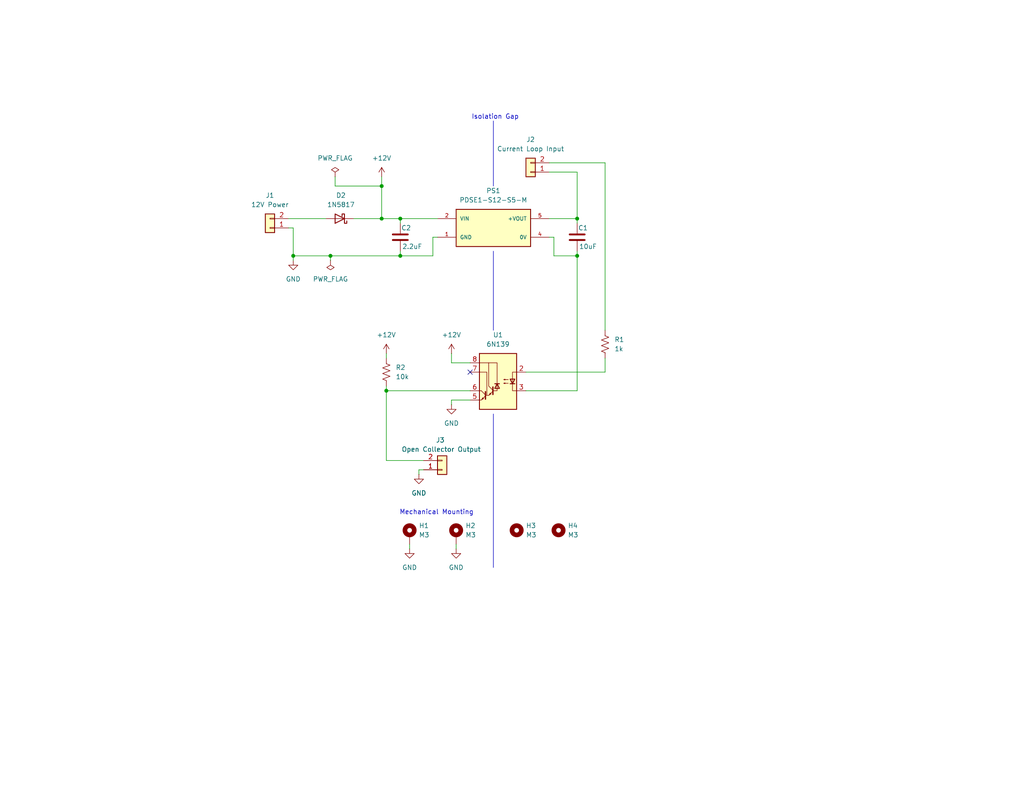
<source format=kicad_sch>
(kicad_sch (version 20231120) (generator "eeschema") (generator_version "8.0")
  (paper "USLetter")
  (title_block (title "Isolated Current Loop Monitor") (date "2024-03-06") (rev "1") (company "Marek Does Stuff"))
  (lib_symbols
    (symbol "Connector_Generic:Conn_01x02" (pin_names (offset 1.016) hide)
      (property "Reference" "J" (at 0 2.54 0))
      (property "Value" "Conn_01x02" (at 0 -5.08 0))
      (symbol "Conn_01x02_1_1"
        (rectangle (start -1.27 -2.413) (end 0 -2.667) (stroke (width 0.1524)))
        (rectangle (start -1.27 0.127) (end 0 -0.127) (stroke (width 0.1524)))
        (rectangle (start -1.27 1.27) (end 1.27 -3.81) (stroke (width 0.254)) (fill (type background)))
        (pin passive line (at -5.08 0 0) (length 3.81) (name "Pin_1") (number "1"))
        (pin passive line (at -5.08 -2.54 0) (length 3.81) (name "Pin_2") (number "2"))
      )
    )
    (symbol "Device:C" (pin_numbers hide) (pin_names (offset 0.254))
      (property "Reference" "C" (at 0.635 2.54 0))
      (property "Value" "C" (at 0.635 -2.54 0))
      (symbol "C_0_1"
        (polyline (pts (xy -2.032 -0.762) (xy 2.032 -0.762)) (stroke (width 0.508)))
        (polyline (pts (xy -2.032 0.762) (xy 2.032 0.762)) (stroke (width 0.508)))
      )
      (symbol "C_1_1"
        (pin passive line (at 0 3.81 270) (length 2.794) (name "~") (number "1"))
        (pin passive line (at 0 -3.81 90) (length 2.794) (name "~") (number "2"))
      )
    )
    (symbol "Device:R_US" (pin_numbers hide) (pin_names (offset 0))
      (property "Reference" "R" (at 2.54 0 90))
      (property "Value" "R_US" (at -2.54 0 90))
      (symbol "R_US_0_1"
        (polyline (pts (xy 0 -2.286) (xy 0 -2.54)))
        (polyline (pts (xy 0 2.286) (xy 0 2.54)))
        (polyline (pts (xy 0 -0.762) (xy 1.016 -1.143) (xy 0 -1.524) (xy -1.016 -1.905) (xy 0 -2.286)))
        (polyline (pts (xy 0 0.762) (xy 1.016 0.381) (xy 0 0) (xy -1.016 -0.381) (xy 0 -0.762)))
        (polyline (pts (xy 0 2.286) (xy 1.016 1.905) (xy 0 1.524) (xy -1.016 1.143) (xy 0 0.762)))
      )
      (symbol "R_US_1_1"
        (pin passive line (at 0 3.81 270) (length 1.27) (name "~") (number "1"))
        (pin passive line (at 0 -3.81 90) (length 1.27) (name "~") (number "2"))
      )
    )
    (symbol "Diode:1N5817" (pin_numbers hide) (pin_names (offset 1.016) hide)
      (property "Reference" "D" (at 0 2.54 0))
      (property "Value" "1N5817" (at 0 -2.54 0))
      (symbol "1N5817_0_1"
        (polyline (pts (xy 1.27 0) (xy -1.27 0)))
        (polyline (pts (xy 1.27 1.27) (xy 1.27 -1.27) (xy -1.27 0) (xy 1.27 1.27)) (stroke (width 0.254)))
        (polyline (pts (xy -1.905 0.635) (xy -1.905 1.27) (xy -1.27 1.27) (xy -1.27 -1.27) (xy -0.635 -1.27) (xy -0.635 -0.635)) (stroke (width 0.254)))
      )
      (symbol "1N5817_1_1"
        (pin passive line (at -3.81 0 0) (length 2.54) (name "K") (number "1"))
        (pin passive line (at 3.81 0 180) (length 2.54) (name "A") (number "2"))
      )
    )
    (symbol "Isolator:6N139" (pin_names (offset 1.016) hide)
      (property "Reference" "U" (at -4.064 8.89 0))
      (property "Value" "6N139" (at 2.286 8.89 0))
      (symbol "6N139_0_1"
        (rectangle (start -5.08 7.62) (end 5.08 -7.62) (stroke (width 0.254)) (fill (type background)))
        (polyline (pts (xy -4.572 -0.635) (xy -3.302 -0.635)) (stroke (width 0.254)))
        (polyline (pts (xy 0.889 -0.635) (xy -0.381 -0.635)) (stroke (width 0.254)))
        (polyline (pts (xy 1.397 -2.667) (xy 2.54 -3.81)))
        (polyline (pts (xy 1.397 -2.413) (xy 2.54 -1.27)))
        (polyline (pts (xy 2.54 -3.81) (xy 3.175 -3.81)))
        (polyline (pts (xy 3.429 -3.937) (xy 4.572 -5.08)))
        (polyline (pts (xy 3.429 -3.683) (xy 4.572 -2.54)))
        (polyline (pts (xy 4.572 -5.08) (xy 5.08 -5.08)))
        (polyline (pts (xy 4.572 -2.54) (xy 5.08 -2.54)))
        (polyline (pts (xy 1.397 -1.524) (xy 1.397 -3.556) (xy 1.397 -3.556)) (stroke (width 0.3556)))
        (polyline (pts (xy 2.54 -1.27) (xy 2.54 5.08) (xy 5.08 5.08)))
        (polyline (pts (xy 3.429 -2.794) (xy 3.429 -4.826) (xy 3.429 -4.826)) (stroke (width 0.3556)))
        (polyline (pts (xy 5.08 2.54) (xy 3.048 2.54) (xy 3.048 -3.81)))
        (polyline (pts (xy -5.08 -2.54) (xy -3.937 -2.54) (xy -3.937 2.54) (xy -5.08 2.54)))
        (polyline (pts (xy -3.937 -0.635) (xy -4.572 0.635) (xy -3.302 0.635) (xy -3.937 -0.635)) (stroke (width 0.254)))
        (polyline (pts (xy 0.254 -0.635) (xy 0.889 -1.905) (xy -0.381 -1.905) (xy 0.254 -0.635)) (stroke (width 0.254)))
        (polyline (pts (xy 1.27 -2.54) (xy 0.254 -2.54) (xy 0.254 5.08) (xy 2.54 5.08)))
        (polyline (pts (xy 2.413 -3.683) (xy 2.159 -3.175) (xy 1.905 -3.429) (xy 2.413 -3.683)))
        (polyline (pts (xy 4.445 -4.953) (xy 4.191 -4.445) (xy 3.937 -4.699) (xy 4.445 -4.953)))
        (polyline (pts (xy -2.794 -0.508) (xy -1.524 -0.508) (xy -1.905 -0.635) (xy -1.905 -0.381) (xy -1.524 -0.508)))
        (polyline (pts (xy -2.794 0.508) (xy -1.524 0.508) (xy -1.905 0.381) (xy -1.905 0.635) (xy -1.524 0.508)))
      )
      (symbol "6N139_1_1"
        (pin no_connect line (at -5.08 5.08 0) (length 2.54) hide (name "NC") (number "1"))
        (pin passive line (at -7.62 2.54 0) (length 2.54) (name "C1") (number "2"))
        (pin passive line (at -7.62 -2.54 0) (length 2.54) (name "C2") (number "3"))
        (pin no_connect line (at -5.08 -5.08 0) (length 2.54) hide (name "NC") (number "4"))
        (pin passive line (at 7.62 -5.08 180) (length 2.54) (name "GND") (number "5"))
        (pin passive line (at 7.62 -2.54 180) (length 2.54) (name "VO2") (number "6"))
        (pin passive line (at 7.62 2.54 180) (length 2.54) (name "VO1") (number "7"))
        (pin passive line (at 7.62 5.08 180) (length 2.54) (name "VCC") (number "8"))
      )
    )
    (symbol "Mechanical:MountingHole" (pin_names (offset 1.016))
      (property "Reference" "H" (at 0 5.08 0))
      (property "Value" "MountingHole" (at 0 3.175 0))
      (symbol "MountingHole_0_1"
        (circle (center 0 0) (radius 1.27) (stroke (width 1.27)))
      )
    )
    (symbol "Mechanical:MountingHole_Pad" (pin_numbers hide) (pin_names (offset 1.016) hide)
      (property "Reference" "H" (at 0 6.35 0))
      (property "Value" "MountingHole_Pad" (at 0 4.445 0))
      (symbol "MountingHole_Pad_0_1"
        (circle (center 0 1.27) (radius 1.27) (stroke (width 1.27)))
      )
      (symbol "MountingHole_Pad_1_1"
        (pin input line (at 0 -2.54 90) (length 2.54) (name "1") (number "1"))
      )
    )
    (symbol "PDSE1-S12-S5-M:PDSE1-S12-S5-M" (pin_names (offset 1.016))
      (property "Reference" "PS" (at -10.2169 5.588 0))
      (property "Value" "PDSE1-S12-S5-M" (at -10.232 -7.692 0))
      (symbol "PDSE1-S12-S5-M_0_0"
        (rectangle (start -10.16 -5.08) (end 10.16 5.08) (stroke (width 0.254)) (fill (type background)))
        (pin power_in line (at -15.24 -2.54 0) (length 5.08) (name "GND") (number "1"))
        (pin input line (at -15.24 2.54 0) (length 5.08) (name "VIN") (number "2"))
        (pin output line (at 15.24 -2.54 180) (length 5.08) (name "0V") (number "4"))
        (pin output line (at 15.24 2.54 180) (length 5.08) (name "+VOUT") (number "5"))
      )
    )
    (symbol "power:+12V" (power) (pin_numbers hide) (pin_names (offset 0) hide)
      (property "Value" "+12V" (at 0 3.556 0))
      (symbol "+12V_0_1"
        (polyline (pts (xy -0.762 1.27) (xy 0 2.54)))
        (polyline (pts (xy 0 0) (xy 0 2.54)))
        (polyline (pts (xy 0 2.54) (xy 0.762 1.27)))
      )
      (symbol "+12V_1_1"
        (pin power_in line (at 0 0 90) (length 0) (name "~") (number "1"))
      )
    )
    (symbol "power:GND" (power) (pin_numbers hide) (pin_names (offset 0) hide)
      (property "Value" "GND" (at 0 -3.81 0))
      (symbol "GND_0_1"
        (polyline (pts (xy 0 0) (xy 0 -1.27) (xy 1.27 -1.27) (xy 0 -2.54) (xy -1.27 -1.27) (xy 0 -1.27)))
      )
      (symbol "GND_1_1"
        (pin power_in line (at 0 0 270) (length 0) (name "~") (number "1"))
      )
    )
    (symbol "power:PWR_FLAG" (power) (pin_numbers hide) (pin_names (offset 0) hide)
      (property "Value" "PWR_FLAG" (at 0 3.81 0))
      (symbol "PWR_FLAG_0_0"
        (pin power_out line (at 0 0 90) (length 0) (name "~") (number "1"))
      )
      (symbol "PWR_FLAG_0_1"
        (polyline (pts (xy 0 0) (xy 0 1.27) (xy -1.016 1.905) (xy 0 2.54) (xy 1.016 1.905) (xy 0 1.27)))
      )
    )
  )
  (junction (at 104.14 50.8))
  (junction (at 157.48 69.85))
  (junction (at 109.22 69.85))
  (junction (at 104.14 59.69))
  (junction (at 90.17 69.85))
  (junction (at 80.01 69.85))
  (junction (at 105.41 106.68))
  (junction (at 157.48 59.69))
  (junction (at 109.22 59.69))
  (no_connect (at 128.27 101.6))
  (wire (pts (xy 157.48 69.85) (xy 151.13 69.85)))
  (wire (pts (xy 123.19 110.49) (xy 123.19 109.22)))
  (wire (pts (xy 143.51 106.68) (xy 157.48 106.68)))
  (wire (pts (xy 157.48 46.99) (xy 157.48 59.69)))
  (wire (pts (xy 109.22 59.69) (xy 119.38 59.69)))
  (wire (pts (xy 80.01 62.23) (xy 80.01 69.85)))
  (wire (pts (xy 165.1 101.6) (xy 165.1 97.79)))
  (wire (pts (xy 143.51 101.6) (xy 165.1 101.6)))
  (wire (pts (xy 157.48 69.85) (xy 157.48 106.68)))
  (wire (pts (xy 96.52 59.69) (xy 104.14 59.69)))
  (polyline (pts (xy 134.62 68.58) (xy 134.62 90.17)))
  (wire (pts (xy 91.44 48.26) (xy 91.44 50.8)))
  (wire (pts (xy 118.11 64.77) (xy 119.38 64.77)))
  (polyline (pts (xy 134.62 33.02) (xy 134.62 50.8)))
  (wire (pts (xy 165.1 44.45) (xy 165.1 90.17)))
  (wire (pts (xy 118.11 69.85) (xy 118.11 64.77)))
  (wire (pts (xy 123.19 109.22) (xy 128.27 109.22)))
  (wire (pts (xy 90.17 69.85) (xy 109.22 69.85)))
  (wire (pts (xy 104.14 48.26) (xy 104.14 50.8)))
  (wire (pts (xy 109.22 68.58) (xy 109.22 69.85)))
  (wire (pts (xy 78.74 62.23) (xy 80.01 62.23)))
  (wire (pts (xy 123.19 99.06) (xy 128.27 99.06)))
  (wire (pts (xy 91.44 50.8) (xy 104.14 50.8)))
  (wire (pts (xy 151.13 64.77) (xy 151.13 69.85)))
  (wire (pts (xy 149.86 46.99) (xy 157.48 46.99)))
  (wire (pts (xy 105.41 125.73) (xy 105.41 106.68)))
  (wire (pts (xy 104.14 50.8) (xy 104.14 59.69)))
  (wire (pts (xy 80.01 69.85) (xy 80.01 71.12)))
  (wire (pts (xy 124.46 148.59) (xy 124.46 149.86)))
  (wire (pts (xy 104.14 59.69) (xy 109.22 59.69)))
  (wire (pts (xy 123.19 96.52) (xy 123.19 99.06)))
  (wire (pts (xy 157.48 59.69) (xy 157.48 60.96)))
  (wire (pts (xy 105.41 105.41) (xy 105.41 106.68)))
  (wire (pts (xy 115.57 125.73) (xy 105.41 125.73)))
  (wire (pts (xy 80.01 69.85) (xy 90.17 69.85)))
  (wire (pts (xy 105.41 96.52) (xy 105.41 97.79)))
  (wire (pts (xy 78.74 59.69) (xy 88.9 59.69)))
  (wire (pts (xy 149.86 64.77) (xy 151.13 64.77)))
  (wire (pts (xy 109.22 59.69) (xy 109.22 60.96)))
  (wire (pts (xy 114.3 128.27) (xy 115.57 128.27)))
  (wire (pts (xy 149.86 44.45) (xy 165.1 44.45)))
  (wire (pts (xy 90.17 69.85) (xy 90.17 71.12)))
  (wire (pts (xy 114.3 129.54) (xy 114.3 128.27)))
  (wire (pts (xy 157.48 68.58) (xy 157.48 69.85)))
  (wire (pts (xy 111.76 148.59) (xy 111.76 149.86)))
  (polyline (pts (xy 134.62 113.03) (xy 134.62 154.94)))
  (wire (pts (xy 109.22 69.85) (xy 118.11 69.85)))
  (wire (pts (xy 149.86 59.69) (xy 157.48 59.69)))
  (wire (pts (xy 105.41 106.68) (xy 128.27 106.68)))
  (text "Isolation Gap" (at 135.128 32.004 0) (effects (font (size 1.27 1.27))))
  (text "Mechanical Mounting" (at 119.126 139.954 0) (effects (font (size 1.27 1.27))))
  (symbol (lib_id "Diode:1N5817") (at 92.71 59.69 180) (unit 1)
    (property "Reference" "D2" (at 93.0275 53.34 0))
    (property "Value" "1N5817" (at 93.0275 55.88 0))
    (property "Footprint" "Diode_THT:D_DO-41_SOD81_P10.16mm_Horizontal" (effects (hide yes)))
    (property "Datasheet" "http://www.vishay.com/docs/88525/1n5817.pdf" (effects (hide yes)))
    (property "Description" "20V 1A Schottky Barrier Rectifier Diode, DO-41" (effects (hide yes)))
    (property "Digikey Part #" "497-4547-1-ND" (effects (hide yes)))
    (property "Part #" "1N5817" (effects (hide yes)))
    (property "Unit Price" "0.42" (effects (hide yes)))
  )
  (symbol (lib_id "Mechanical:MountingHole") (at 140.97 144.78 0) (unit 1)
    (property "Reference" "H3" (at 143.51 143.5099 0) (effects (justify left)))
    (property "Value" "M3" (at 143.51 146.0499 0) (effects (justify left)))
    (property "Footprint" "MountingHole:MountingHole_3.2mm_M3" (effects (hide yes)))
    (property "Description" "Mounting Hole without connection" (effects (hide yes)))
  )
  (symbol (lib_id "power:GND") (at 111.76 149.86 0) (unit 1)
    (property "Reference" "#PWR03" (effects (hide yes)))
    (property "Value" "GND" (at 111.76 154.94 0))
    (property "Description" "Power symbol creates a global label with name \"GND\" , ground" (effects (hide yes)))
  )
  (symbol (lib_id "Device:C") (at 109.22 64.77 0) (unit 1)
    (property "Reference" "C2" (at 109.474 62.23 0) (effects (justify left)))
    (property "Value" "2.2uF" (at 109.728 67.31 0) (effects (justify left)))
    (property "Footprint" "Capacitor_THT:C_Disc_D6.0mm_W2.5mm_P5.00mm" (effects (hide yes)))
    (property "Description" "Unpolarized capacitor" (effects (hide yes)))
    (property "Digikey Part #" "490-9164-1-ND" (effects (hide yes)))
    (property "Part #" "RDER71H225K2M1H03A" (effects (hide yes)))
    (property "Unit Price" "0.74" (effects (hide yes)))
  )
  (symbol (lib_id "power:+12V") (at 123.19 96.52 0) (unit 1)
    (property "Reference" "#PWR07" (effects (hide yes)))
    (property "Value" "+12V" (at 123.19 91.44 0))
    (property "Description" "Power symbol creates a global label with name \"+12V\"" (effects (hide yes)))
  )
  (symbol (lib_id "power:+12V") (at 104.14 48.26 0) (unit 1)
    (property "Reference" "#PWR011" (effects (hide yes)))
    (property "Value" "+12V" (at 104.14 43.18 0))
    (property "Description" "Power symbol creates a global label with name \"+12V\"" (effects (hide yes)))
  )
  (symbol (lib_id "Connector_Generic:Conn_01x02") (at 120.65 128.27 0) (mirror x) (unit 1)
    (property "Reference" "J3" (at 120.142 120.142 0))
    (property "Value" "Open Collector Output" (at 120.396 122.682 0))
    (property "Footprint" "Isolation_Current_Loop_Monitor:MOLEX_2125280200" (effects (hide yes)))
    (property "Description" "Generic connector, single row, 01x02, script generated (kicad-library-utils/schlib/autogen/connector/)" (effects (hide yes)))
    (property "Digikey Part #" "900-2125280200-ND" (effects (hide yes)))
    (property "Part #" "2125280200" (effects (hide yes)))
    (property "Unit Price" "2.13" (effects (hide yes)))
  )
  (symbol (lib_id "Connector_Generic:Conn_01x02") (at 144.78 46.99 180) (unit 1)
    (property "Reference" "J2" (at 144.78 38.1 0))
    (property "Value" "Current Loop Input" (at 144.78 40.64 0))
    (property "Footprint" "Isolation_Current_Loop_Monitor:MOLEX_2125280200" (effects (hide yes)))
    (property "Description" "Generic connector, single row, 01x02, script generated (kicad-library-utils/schlib/autogen/connector/)" (effects (hide yes)))
    (property "Digikey Part #" "900-2125280200-ND" (effects (hide yes)))
    (property "Part #" "2125280200" (effects (hide yes)))
    (property "Unit Price" "2.13" (effects (hide yes)))
  )
  (symbol (lib_id "Mechanical:MountingHole_Pad") (at 124.46 146.05 0) (unit 1)
    (property "Reference" "H2" (at 127 143.5099 0) (effects (justify left)))
    (property "Value" "M3" (at 127 146.0499 0) (effects (justify left)))
    (property "Footprint" "MountingHole:MountingHole_3.2mm_M3_Pad_Via" (effects (hide yes)))
    (property "Description" "Mounting Hole with connection" (effects (hide yes)))
  )
  (symbol (lib_id "power:PWR_FLAG") (at 90.17 71.12 180) (unit 1)
    (property "Reference" "#FLG01" (effects (hide yes)))
    (property "Value" "PWR_FLAG" (at 90.17 76.2 0))
    (property "Description" "Special symbol for telling ERC where power comes from" (effects (hide yes)))
  )
  (symbol (lib_id "Device:R_US") (at 105.41 101.6 0) (unit 1)
    (property "Reference" "R2" (at 107.95 100.3299 0) (effects (justify left)))
    (property "Value" "10k" (at 107.95 102.8699 0) (effects (justify left)))
    (property "Footprint" "Resistor_THT:R_Axial_DIN0207_L6.3mm_D2.5mm_P7.62mm_Horizontal" (effects (hide yes)))
    (property "Description" "Resistor, US symbol" (effects (hide yes)))
    (property "Digikey Part #" "CF14JT10K0CT-ND" (effects (hide yes)))
    (property "Part #" "CF14JT10K0" (effects (hide yes)))
    (property "Unit Price" "0.1" (effects (hide yes)))
  )
  (symbol (lib_id "Device:R_US") (at 165.1 93.98 0) (unit 1)
    (property "Reference" "R1" (at 167.64 92.7099 0) (effects (justify left)))
    (property "Value" "1k" (at 167.64 95.2499 0) (effects (justify left)))
    (property "Footprint" "Resistor_THT:R_Axial_DIN0207_L6.3mm_D2.5mm_P7.62mm_Horizontal" (effects (hide yes)))
    (property "Description" "Resistor, US symbol" (effects (hide yes)))
    (property "Digikey Part #" "738-CFF14JT1K00CT-ND" (effects (hide yes)))
    (property "Part #" "CFF14JT1K00" (effects (hide yes)))
    (property "Unit Price" "0.12" (effects (hide yes)))
  )
  (symbol (lib_id "power:PWR_FLAG") (at 91.44 48.26 0) (unit 1)
    (property "Reference" "#FLG02" (effects (hide yes)))
    (property "Value" "PWR_FLAG" (at 91.44 43.18 0))
    (property "Description" "Special symbol for telling ERC where power comes from" (effects (hide yes)))
  )
  (symbol (lib_id "PDSE1-S12-S5-M:PDSE1-S12-S5-M") (at 134.62 62.23 0) (unit 1)
    (property "Reference" "PS1" (at 134.62 52.07 0))
    (property "Value" "PDSE1-S12-S5-M" (at 134.62 54.61 0))
    (property "Footprint" "Isolation_Current_Loop_Monitor:CONV_PDSE1-S12-S5-M" (effects (hide yes)))
    (property "MF" "CUI Inc." (effects (hide yes)))
    (property "MAXIMUM_PACKAGE_HEIGHT" "7.25mm" (effects (hide yes)))
    (property "Package" "None" (effects (hide yes)))
    (property "Price" "None" (effects (hide yes)))
    (property "Check_prices" "https://www.snapeda.com/parts/PDSE1-S12-S5-M/CUI/view-part/?ref=eda" (effects (hide yes)))
    (property "STANDARD" "Manufacturer Recommendations" (effects (hide yes)))
    (property "PARTREV" "1.0" (effects (hide yes)))
    (property "SnapEDA_Link" "https://www.snapeda.com/parts/PDSE1-S12-S5-M/CUI/view-part/?ref=snap" (effects (hide yes)))
    (property "MP" "PDSE1-S12-S5-M" (effects (hide yes)))
    (property "Purchase-URL" "https://www.snapeda.com/api/url_track_click_mouser/?unipart_id=6334014&manufacturer=CUI Inc.&part_name=PDSE1-S12-S5-M&search_term=pdse1-s12-s5-m" (effects (hide yes)))
    (property "Description_1" "1 W, 1:1 Input Range, Single/Dual Unregulated Output, SMT, 1500 Vdc Isolation, Dc-Dc Converter" (effects (hide yes)))
    (property "CUI_purchase_URL" "https://www.cui.com/product/dc-dc-converters/isolated/pdse1-m-series?utm_source=snapeda.com&utm_medium=referral&utm_campaign=snapedaBOM" (effects (hide yes)))
    (property "Availability" "In Stock" (effects (hide yes)))
    (property "MANUFACTURER" "CUI Inc." (effects (hide yes)))
    (property "Digikey Part #" "102-PDSE1-S12-S5-M-ND" (effects (hide yes)))
    (property "Part #" "PDSE1-S12-S5-M" (effects (hide yes)))
    (property "Unit Price" "3.45" (effects (hide yes)))
  )
  (symbol (lib_id "Device:C") (at 157.48 64.77 0) (unit 1)
    (property "Reference" "C1" (at 157.734 62.23 0) (effects (justify left)))
    (property "Value" "10uF" (at 157.988 67.31 0) (effects (justify left)))
    (property "Footprint" "Capacitor_THT:C_Disc_D6.0mm_W2.5mm_P5.00mm" (effects (hide yes)))
    (property "Description" "Unpolarized capacitor" (effects (hide yes)))
    (property "Digikey Part #" "445-173297-1-ND" (effects (hide yes)))
    (property "Part #" "FG20X7R1H106KRT06" (effects (hide yes)))
    (property "Unit Price" "1.29" (effects (hide yes)))
  )
  (symbol (lib_id "power:GND") (at 114.3 129.54 0) (unit 1)
    (property "Reference" "#PWR09" (effects (hide yes)))
    (property "Value" "GND" (at 114.3 134.62 0))
    (property "Description" "Power symbol creates a global label with name \"GND\" , ground" (effects (hide yes)))
  )
  (symbol (lib_id "Mechanical:MountingHole") (at 152.4 144.78 0) (unit 1)
    (property "Reference" "H4" (at 154.94 143.5099 0) (effects (justify left)))
    (property "Value" "M3" (at 154.94 146.0499 0) (effects (justify left)))
    (property "Footprint" "MountingHole:MountingHole_3.2mm_M3" (effects (hide yes)))
    (property "Description" "Mounting Hole without connection" (effects (hide yes)))
  )
  (symbol (lib_id "Mechanical:MountingHole_Pad") (at 111.76 146.05 0) (unit 1)
    (property "Reference" "H1" (at 114.3 143.5099 0) (effects (justify left)))
    (property "Value" "M3" (at 114.3 146.0499 0) (effects (justify left)))
    (property "Footprint" "MountingHole:MountingHole_3.2mm_M3_Pad_Via" (effects (hide yes)))
    (property "Description" "Mounting Hole with connection" (effects (hide yes)))
  )
  (symbol (lib_id "power:GND") (at 124.46 149.86 0) (unit 1)
    (property "Reference" "#PWR04" (effects (hide yes)))
    (property "Value" "GND" (at 124.46 154.94 0))
    (property "Description" "Power symbol creates a global label with name \"GND\" , ground" (effects (hide yes)))
  )
  (symbol (lib_id "power:GND") (at 80.01 71.12 0) (unit 1)
    (property "Reference" "#PWR01" (effects (hide yes)))
    (property "Value" "GND" (at 80.01 76.2 0))
    (property "Description" "Power symbol creates a global label with name \"GND\" , ground" (effects (hide yes)))
  )
  (symbol (lib_id "Connector_Generic:Conn_01x02") (at 73.66 62.23 180) (unit 1)
    (property "Reference" "J1" (at 73.66 53.34 0))
    (property "Value" "12V Power" (at 73.66 55.88 0))
    (property "Footprint" "Isolation_Current_Loop_Monitor:MOLEX_2125280200" (effects (hide yes)))
    (property "Description" "Generic connector, single row, 01x02, script generated (kicad-library-utils/schlib/autogen/connector/)" (effects (hide yes)))
    (property "Digikey Part #" "900-2125280200-ND" (effects (hide yes)))
    (property "Part #" "2125280200" (effects (hide yes)))
    (property "Unit Price" "2.13" (effects (hide yes)))
  )
  (symbol (lib_id "power:GND") (at 123.19 110.49 0) (unit 1)
    (property "Reference" "#PWR08" (effects (hide yes)))
    (property "Value" "GND" (at 123.19 115.57 0))
    (property "Description" "Power symbol creates a global label with name \"GND\" , ground" (effects (hide yes)))
  )
  (symbol (lib_id "Isolator:6N139") (at 135.89 104.14 0) (mirror y) (unit 1)
    (property "Reference" "U1" (at 135.89 91.44 0))
    (property "Value" "6N139" (at 135.89 93.98 0))
    (property "Footprint" "Package_DIP:DIP-8_W7.62mm" (effects (hide yes)))
    (property "Datasheet" "http://www.onsemi.com/pub/Collateral/HCPL2731-D.pdf" (effects (hide yes)))
    (property "Description" "Low Input Current high Gain Split Darlington Optocouplers, -0.5V to 18V VDD, DIP-8" (effects (hide yes)))
    (property "Digikey Part #" "6N139-ND" (effects (hide yes)))
    (property "Part #" "6N139-ND" (effects (hide yes)))
    (property "Unit Price" "1.79" (effects (hide yes)))
  )
  (symbol (lib_id "power:+12V") (at 105.41 96.52 0) (unit 1)
    (property "Reference" "#PWR010" (effects (hide yes)))
    (property "Value" "+12V" (at 105.41 91.44 0))
    (property "Description" "Power symbol creates a global label with name \"+12V\"" (effects (hide yes)))
  )
)
</source>
